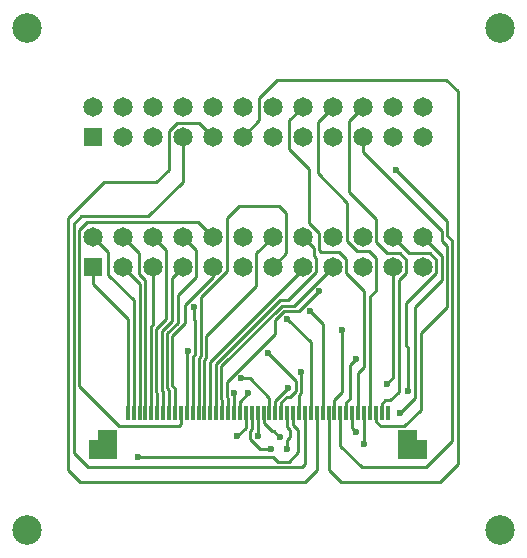
<source format=gbr>
%TF.GenerationSoftware,Altium Limited,Altium Designer,23.2.1 (34)*%
G04 Layer_Physical_Order=1*
G04 Layer_Color=255*
%FSLAX45Y45*%
%MOMM*%
%TF.SameCoordinates,7D16A08E-AD26-414A-B05A-F9FA4662990C*%
%TF.FilePolarity,Positive*%
%TF.FileFunction,Copper,L1,Top,Signal*%
%TF.Part,Single*%
G01*
G75*
%TA.AperFunction,SMDPad,CuDef*%
%ADD10R,1.00000X1.00000*%
%ADD11R,0.30000X1.20000*%
%TA.AperFunction,Conductor*%
%ADD12C,0.25400*%
%TA.AperFunction,ComponentPad*%
%ADD13C,1.65000*%
%ADD14R,1.65000X1.65000*%
%TA.AperFunction,ViaPad*%
%ADD15C,2.50000*%
%ADD16C,0.60000*%
G36*
X3510001Y3592880D02*
X3350001D01*
Y3512880D01*
X3270001D01*
Y3352880D01*
X3510001D01*
Y3592880D01*
D02*
G37*
G36*
X5890001D02*
X6050001D01*
Y3512880D01*
X6130001D01*
Y3352880D01*
X5890001D01*
Y3592880D01*
D02*
G37*
D10*
X5999998Y3467882D02*
D03*
X3399999D02*
D03*
D11*
X5799999Y3742878D02*
D03*
X5750001D02*
D03*
X5699999D02*
D03*
X5650002D02*
D03*
X5599999D02*
D03*
X5550002D02*
D03*
X5499999D02*
D03*
X5450002D02*
D03*
X5400000D02*
D03*
X5350002D02*
D03*
X5300000D02*
D03*
X5250002D02*
D03*
X5200000D02*
D03*
X5150003D02*
D03*
X5100000D02*
D03*
X5050003D02*
D03*
X5000000D02*
D03*
X4950003D02*
D03*
X4900001D02*
D03*
X4850003D02*
D03*
X4800001D02*
D03*
X4749998D02*
D03*
X4700001D02*
D03*
X4649999D02*
D03*
X4600001D02*
D03*
X4549999D02*
D03*
X4500001D02*
D03*
X4449999D02*
D03*
X4400002D02*
D03*
X4349999D02*
D03*
X4300002D02*
D03*
X4249999D02*
D03*
X4200002D02*
D03*
X4150000D02*
D03*
X4100002D02*
D03*
X4050000D02*
D03*
X4000002D02*
D03*
X3950000D02*
D03*
X3900003D02*
D03*
X3850000D02*
D03*
X3800003D02*
D03*
X3750000D02*
D03*
X3700003D02*
D03*
X3650001D02*
D03*
X3600003D02*
D03*
D12*
X4035121Y3630000D02*
X4050000Y3644879D01*
X3530001Y3630000D02*
X4035121D01*
X3187421Y3972580D02*
X3530001Y3630000D01*
X4050000Y3644879D02*
Y3742878D01*
X4965421Y6081709D02*
Y6216797D01*
Y5976640D02*
Y6081709D01*
X5470000Y5614260D02*
X5704561Y5379699D01*
X5470000Y6213376D02*
X5589006Y6332382D01*
X5470000Y5614260D02*
Y6213376D01*
X5210000Y6207376D02*
X5335006Y6332382D01*
X5210000Y5770161D02*
Y6207376D01*
Y5770161D02*
X5458435Y5521726D01*
X5415001Y3915659D02*
Y4442480D01*
X5350002Y3850660D02*
X5415001Y3915659D01*
X4790000Y4244521D02*
X5023931Y4010590D01*
X4790000Y4244521D02*
Y4250000D01*
X5023931Y3928179D02*
Y4010590D01*
X4850003Y3845382D02*
X4958771Y3954150D01*
X4948503Y3879677D02*
X4975429D01*
X5067645Y4089282D02*
X5069331Y4087597D01*
X4900001Y3831175D02*
X4948503Y3879677D01*
X5050003Y3742878D02*
Y3890046D01*
X4958771Y3954150D02*
X4961231D01*
X4975429Y3879677D02*
X5023931Y3928179D01*
X5050003Y3890046D02*
X5069331Y3909374D01*
Y4087597D01*
X5140000Y4600000D02*
X5250002Y4489997D01*
Y3742878D02*
Y4489997D01*
X5051981Y4602700D02*
X5219421Y4770140D01*
X4924029Y4602700D02*
X5051981D01*
X4346501Y3841799D02*
Y4153582D01*
X5196205Y4930661D02*
Y5049962D01*
X4848385Y4527056D02*
X4924029Y4602700D01*
X4391901Y4134777D02*
X4905224Y4648100D01*
X5004727D01*
X4391901Y3860604D02*
Y4134777D01*
X4959044Y4693500D02*
X5196205Y4930661D01*
X5150003Y3742878D02*
Y4339997D01*
X4886419Y4693500D02*
X4959044D01*
X4346501Y4153582D02*
X4886419Y4693500D01*
X4950000Y4540000D02*
X5150003Y4339997D01*
X5004727Y4648100D02*
X5335001Y4978374D01*
X4848385Y4412435D02*
Y4527056D01*
X4542560Y5492561D02*
X4880852D01*
X4442369Y5392369D02*
X4542560Y5492561D01*
X4442369Y4938816D02*
Y5392369D01*
X4880852Y5492561D02*
X4942561Y5430852D01*
Y5093934D02*
Y5430852D01*
X4688205Y4817770D02*
Y5093579D01*
X4827001Y4978374D02*
X4942561Y5093934D01*
X4688205Y5093579D02*
X4827001Y5232374D01*
X4263501Y4393066D02*
X4688205Y4817770D01*
X4222701Y4719148D02*
X4442369Y4938816D01*
X4100001Y3913316D02*
X4100002Y3913315D01*
X4103381Y4258760D02*
X4110001Y4265380D01*
X4103381Y4236581D02*
Y4258760D01*
X4100001Y3913316D02*
Y4233201D01*
X4103381Y4236581D01*
X4218101Y4220604D02*
Y4411871D01*
X4263501Y4201799D02*
Y4393066D01*
X4200002Y3742878D02*
Y4202505D01*
X5081001Y4955094D02*
Y4978374D01*
X4160001Y4533257D02*
X4172701Y4520557D01*
Y4239409D02*
Y4520557D01*
X4249999Y4188297D02*
X4263501Y4201799D01*
X4200002Y4202505D02*
X4218101Y4220604D01*
X4249999Y3742878D02*
Y4188297D01*
X4150000Y3742878D02*
Y4216708D01*
X4218101Y4411871D02*
X4222701Y4416471D01*
X4150000Y4216708D02*
X4172701Y4239409D01*
X4300002Y3742878D02*
Y4174095D01*
X5081001Y4955094D01*
X3900003Y3742878D02*
Y3920699D01*
X3797199Y3895093D02*
X3800003Y3892289D01*
X3797199Y4473652D02*
X3811001Y4487455D01*
X3842599Y3913898D02*
Y4454847D01*
Y3913898D02*
X3850000Y3906496D01*
X3887999Y4432470D02*
X3971601Y4516073D01*
X3800003Y3742878D02*
Y3892289D01*
X3933399Y3951508D02*
X3950000Y3934907D01*
X3842599Y4454847D02*
X3926201Y4538449D01*
X4000002Y3742878D02*
Y3949109D01*
X3811001Y4487455D02*
Y4978374D01*
X3971601Y4884974D02*
X4065001Y4978374D01*
X3811001Y5232374D02*
X3926201Y5117174D01*
X3933399Y3951508D02*
Y4413665D01*
X3971601Y4516073D02*
Y4884974D01*
X3850000Y3742878D02*
Y3906496D01*
X3797199Y3895093D02*
Y4473652D01*
X3950000Y3742878D02*
Y3934907D01*
X3887999Y3932703D02*
Y4432470D01*
X3978798Y4394860D02*
X4086901Y4502963D01*
X3978798Y3970313D02*
X4000002Y3949109D01*
X3933399Y4413665D02*
X4024198Y4504465D01*
Y4735291D01*
X3887999Y3932703D02*
X3900003Y3920699D01*
X3978798Y3970313D02*
Y4394860D01*
X3926201Y4538449D02*
Y5117174D01*
X3750000Y3742878D02*
Y4864120D01*
X3695421Y4918700D02*
X3750000Y4864120D01*
X4024198Y4735291D02*
X4180561Y4891654D01*
X4086901Y4658700D02*
X4319001Y4890800D01*
X4086901Y4502963D02*
Y4658700D01*
X4160001Y4533257D02*
Y4635380D01*
X4222701Y4416471D02*
Y4719148D01*
X4100002Y3742878D02*
Y3913315D01*
X4500001Y3742878D02*
Y3905380D01*
X4500001Y3905380D02*
X4500001Y3905380D01*
X4437301Y3879409D02*
X4449999Y3866711D01*
X4437301Y4001351D02*
X4848385Y4412435D01*
X4391901Y3860604D02*
X4400002Y3852503D01*
X4346501Y3841799D02*
X4349999Y3838301D01*
X4500001Y3742878D02*
X4500001Y3742878D01*
X4437301Y3879409D02*
Y4001351D01*
X4449999Y3742878D02*
Y3866711D01*
X4349999Y3742878D02*
Y3838301D01*
X4400002Y3742878D02*
Y3852503D01*
X4560001Y4035380D02*
X4635601D01*
X4800001Y3870980D01*
X4900001Y3742878D02*
Y3831175D01*
X4850003Y3742878D02*
Y3845382D01*
X4950001Y3435380D02*
Y3511259D01*
X4971903Y3533161D01*
Y3599678D01*
X4818165Y3584074D02*
X4836126D01*
X4881960Y3538240D01*
X4886600D01*
X4749998Y3652240D02*
X4818165Y3584074D01*
X4639201Y3517349D02*
X4721170Y3435380D01*
X4639201Y3590217D02*
X4649999Y3601015D01*
X4700001Y3545220D02*
Y3742878D01*
X4649999Y3601015D02*
Y3742878D01*
X4721170Y3435380D02*
X4810001D01*
X4639201Y3517349D02*
Y3590217D01*
X4700001Y3545220D02*
X4701901Y3543320D01*
X5957611Y4308156D02*
Y4669180D01*
X5798673Y3995731D02*
X5843001Y4040059D01*
X5902681Y3738900D02*
X6032701Y3868920D01*
X5970001Y3925380D02*
Y4295767D01*
X5798673Y3988080D02*
Y3995731D01*
X6032701Y3868920D02*
Y4638540D01*
X5957611Y4308156D02*
X5970001Y4295767D01*
X6032701Y4638540D02*
X6257605Y4863444D01*
X5843001Y4040059D02*
Y4978374D01*
X5895061Y4864120D02*
X5958205Y4927264D01*
X5895061Y3921780D02*
Y4864120D01*
X5821401Y3848120D02*
X5895061Y3921780D01*
X5957611Y4669180D02*
X6212205Y4923775D01*
X5777941Y3848120D02*
X5821401D01*
X4180561Y4891654D02*
Y5116815D01*
X4065001Y5232374D02*
X4180561Y5116815D01*
X3187421Y3972580D02*
Y5293380D01*
X3253461Y5359420D01*
X4191955D01*
X4319001Y5232374D01*
X5174397Y5071770D02*
X5196205Y5049962D01*
X5174397Y5071770D02*
Y5138979D01*
X5081001Y5232374D02*
X5174397Y5138979D01*
X4549999Y3835882D02*
X4620656Y3906540D01*
X4549999Y3742878D02*
Y3835882D01*
X6097001Y5232374D02*
X6257605Y5071770D01*
Y4863444D02*
Y5071770D01*
X4749998Y3652240D02*
Y3742878D01*
X4950003Y3621577D02*
X4971903Y3599678D01*
X4950003Y3621577D02*
Y3742878D01*
X5350002D02*
Y3850660D01*
X4800001Y3742878D02*
Y3870980D01*
X3685261Y3368060D02*
X4832396D01*
X4872238Y3328218D01*
X4962881D01*
X5044161Y3409498D01*
Y3593140D01*
X5000000Y3637300D02*
X5044161Y3593140D01*
X5000000Y3637300D02*
Y3742878D01*
X4202308Y6195080D02*
X4319006Y6078382D01*
X4018001Y6195080D02*
X4202308D01*
X3949421Y6126500D02*
X4018001Y6195080D01*
X3949421Y5801380D02*
Y6126500D01*
X3842741Y5694700D02*
X3949421Y5801380D01*
X3395701Y5694700D02*
X3842741D01*
X3095981Y5394980D02*
X3395701Y5694700D01*
X3095981Y3261380D02*
Y5394980D01*
Y3261380D02*
X3197581Y3159780D01*
X5098400D01*
X5200000Y3261380D01*
Y3742878D01*
X4573006Y6078382D02*
X4711421Y6216797D01*
Y6410980D01*
X4863821Y6563380D01*
X6298921D01*
X6393805Y6468496D01*
Y3305464D02*
Y6468496D01*
X6243041Y3154700D02*
X6393805Y3305464D01*
X5406680Y3154700D02*
X6243041D01*
X5300000Y3261380D02*
X5406680Y3154700D01*
X5300000Y3261380D02*
Y3742878D01*
X5869661Y5798840D02*
X6303005Y5365496D01*
Y5243261D02*
Y5365496D01*
Y5243261D02*
X6348405Y5197861D01*
Y3506444D02*
Y5197861D01*
X6123661Y3281700D02*
X6348405Y3506444D01*
X5582880Y3281700D02*
X6123661D01*
X5400000Y3464580D02*
X5582880Y3281700D01*
X5400000Y3464580D02*
Y3742878D01*
X5499999Y3610722D02*
Y3742878D01*
Y3610722D02*
X5529301Y3581420D01*
X5599999Y3474740D02*
Y3742878D01*
X4065006Y5699780D02*
Y6078382D01*
X3770366Y5405140D02*
X4065006Y5699780D01*
X3202661Y5405140D02*
X3770366D01*
X3141701Y5344180D02*
X3202661Y5405140D01*
X3141701Y3403620D02*
Y5344180D01*
Y3403620D02*
X3262503Y3282818D01*
X5078298D01*
X5100000Y3304519D01*
Y3742878D01*
X5843001Y5232374D02*
X5981797Y5093579D01*
X6158007D01*
X6212205Y5039380D01*
Y4923775D02*
Y5039380D01*
X4600001Y3615222D02*
Y3742878D01*
X4528541Y3543762D02*
X4600001Y3615222D01*
X5450002Y3742878D02*
Y3827241D01*
X5486121Y3863360D01*
Y4142283D01*
X5536921Y4193083D01*
X5550002Y3742878D02*
Y4080759D01*
X5599623Y4130380D01*
Y4773478D01*
X5450561Y4922540D02*
X5599623Y4773478D01*
X5450561Y4922540D02*
Y5042855D01*
X5389601Y5103815D02*
X5450561Y5042855D01*
X5233152Y5103815D02*
X5389601D01*
X5219797Y5117170D02*
X5233152Y5103815D01*
X5219797Y5117170D02*
Y5261889D01*
X5134107Y5347579D02*
X5219797Y5261889D01*
X5134107Y5347579D02*
Y5807954D01*
X4965421Y5976640D02*
X5134107Y5807954D01*
X4965421Y6216797D02*
X5081006Y6332382D01*
X3700003Y3742878D02*
Y4835372D01*
X3557001Y4978374D02*
X3700003Y4835372D01*
X3557001Y5232374D02*
X3695421Y5093955D01*
Y4918700D02*
Y5093955D01*
X3650001Y3742878D02*
Y4693640D01*
X3431261Y4912380D02*
X3650001Y4693640D01*
X3431261Y4912380D02*
Y5104115D01*
X3303001Y5232374D02*
X3431261Y5104115D01*
X3600003Y3742878D02*
Y4535668D01*
X3303001Y4832670D02*
X3600003Y4535668D01*
X3303001Y4832670D02*
Y4978374D01*
X5589006Y5951819D02*
Y6078382D01*
Y5951819D02*
X6257605Y5283220D01*
Y5197861D02*
Y5283220D01*
Y5197861D02*
X6303005Y5152461D01*
Y4634524D02*
Y5152461D01*
X6085561Y4417080D02*
X6303005Y4634524D01*
X6085561Y3769380D02*
Y4417080D01*
X5943321Y3627140D02*
X6085561Y3769380D01*
X5740639Y3627140D02*
X5943321D01*
X5699999Y3667780D02*
X5740639Y3627140D01*
X5699999Y3667780D02*
Y3742878D01*
X5750001D02*
Y3820180D01*
X5777941Y3848120D01*
X5958205Y4927264D02*
Y5039380D01*
X5902325Y5095260D02*
X5958205Y5039380D01*
X5796001Y5095260D02*
X5902325D01*
X5704561Y5186700D02*
X5796001Y5095260D01*
X5704561Y5186700D02*
Y5379699D01*
X5650002Y3742878D02*
Y4723201D01*
X5704561Y4777760D01*
Y5052080D01*
X5643601Y5113040D02*
X5704561Y5052080D01*
X5545410Y5113040D02*
X5643601D01*
X5458435Y5200015D02*
X5545410Y5113040D01*
X5458435Y5200015D02*
Y5521726D01*
X4319001Y4890800D02*
Y4978374D01*
D13*
X6097006Y6332382D02*
D03*
X5843006D02*
D03*
X6097006Y6078382D02*
D03*
X5843006D02*
D03*
X5335006Y6332382D02*
D03*
Y6078382D02*
D03*
X4827006Y6332382D02*
D03*
Y6078382D02*
D03*
X4065006Y6332382D02*
D03*
Y6078382D02*
D03*
X3811006Y6332382D02*
D03*
Y6078382D02*
D03*
X3303006Y6332382D02*
D03*
X3557006Y6078382D02*
D03*
Y6332382D02*
D03*
X4319006Y6078382D02*
D03*
Y6332382D02*
D03*
X4573006Y6078382D02*
D03*
Y6332382D02*
D03*
X5081006Y6078382D02*
D03*
Y6332382D02*
D03*
X5589006Y6078382D02*
D03*
Y6332382D02*
D03*
X6097001Y5232374D02*
D03*
X5843001D02*
D03*
X6097001Y4978374D02*
D03*
X5843001D02*
D03*
X5335001Y5232374D02*
D03*
Y4978374D02*
D03*
X4827001Y5232374D02*
D03*
Y4978374D02*
D03*
X4065001Y5232374D02*
D03*
Y4978374D02*
D03*
X3811001Y5232374D02*
D03*
Y4978374D02*
D03*
X3303001Y5232374D02*
D03*
X3557001Y4978374D02*
D03*
Y5232374D02*
D03*
X4319001Y4978374D02*
D03*
Y5232374D02*
D03*
X4573001Y4978374D02*
D03*
Y5232374D02*
D03*
X5081001Y4978374D02*
D03*
Y5232374D02*
D03*
X5589001Y4978374D02*
D03*
Y5232374D02*
D03*
D14*
X3303006Y6078382D02*
D03*
X3303001Y4978374D02*
D03*
D15*
X2750000Y7000000D02*
D03*
X6750000D02*
D03*
Y2750000D02*
D03*
X2750000D02*
D03*
D16*
X5415001Y4442480D02*
D03*
X4790000Y4250000D02*
D03*
X4961231Y3954150D02*
D03*
X5140000Y4600000D02*
D03*
X4950000Y4540000D02*
D03*
X4110001Y4265380D02*
D03*
X4160001Y4635380D02*
D03*
X4500001Y3905380D02*
D03*
X4560001Y4035380D02*
D03*
X5067645Y4089282D02*
D03*
X4950001Y3435380D02*
D03*
X4886600Y3538240D02*
D03*
X4701901Y3543320D02*
D03*
X4810001Y3435380D02*
D03*
X5798673Y3988080D02*
D03*
X5970001Y3925380D02*
D03*
X4620656Y3906540D02*
D03*
X5902681Y3738900D02*
D03*
X3685261Y3368060D02*
D03*
X5869661Y5798840D02*
D03*
X5529301Y3581420D02*
D03*
X5599999Y3474740D02*
D03*
X5219421Y4770140D02*
D03*
X4528541Y3543762D02*
D03*
X5536921Y4193083D02*
D03*
%TF.MD5,6c4075400a4b9b3d324f187c0dbb8518*%
M02*

</source>
